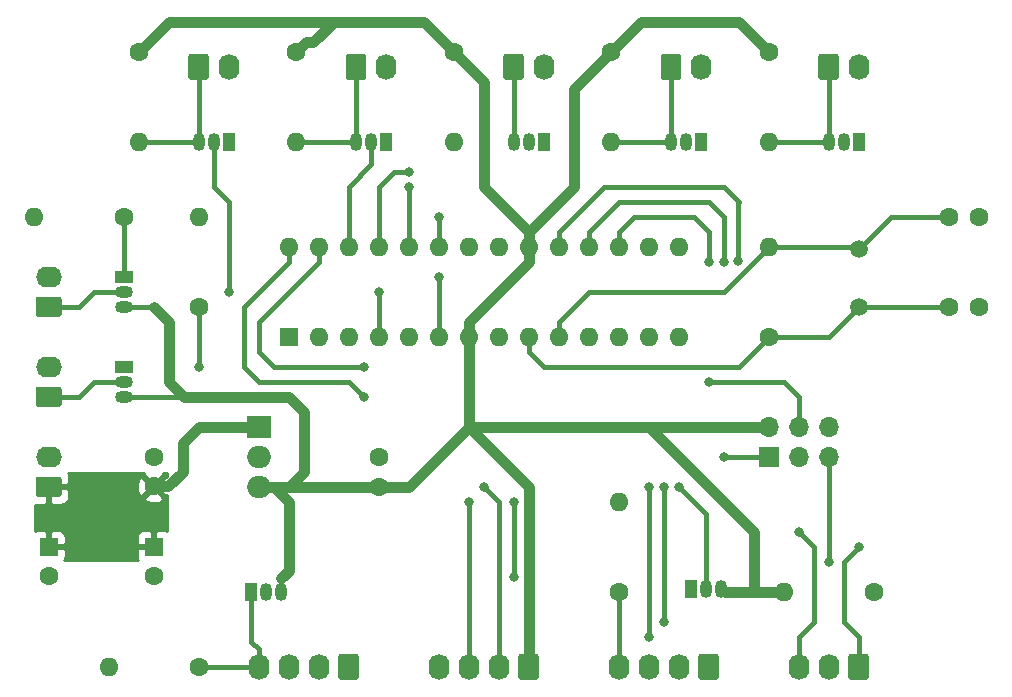
<source format=gbr>
G04 #@! TF.GenerationSoftware,KiCad,Pcbnew,5.1.2+dfsg1-1*
G04 #@! TF.CreationDate,2019-07-26T10:31:36-05:00*
G04 #@! TF.ProjectId,PCB,5043422e-6b69-4636-9164-5f7063625858,0.0.0*
G04 #@! TF.SameCoordinates,Original*
G04 #@! TF.FileFunction,Copper,L2,Bot*
G04 #@! TF.FilePolarity,Positive*
%FSLAX46Y46*%
G04 Gerber Fmt 4.6, Leading zero omitted, Abs format (unit mm)*
G04 Created by KiCad (PCBNEW 5.1.2+dfsg1-1) date 2019-07-26 10:31:36*
%MOMM*%
%LPD*%
G04 APERTURE LIST*
%ADD10R,1.050000X1.500000*%
%ADD11O,1.050000X1.500000*%
%ADD12O,1.600000X1.600000*%
%ADD13C,1.600000*%
%ADD14R,1.600000X1.600000*%
%ADD15R,1.500000X1.050000*%
%ADD16O,1.500000X1.050000*%
%ADD17C,1.500000*%
%ADD18O,1.700000X1.700000*%
%ADD19R,1.700000X1.700000*%
%ADD20O,1.740000X2.200000*%
%ADD21C,0.100000*%
%ADD22C,1.740000*%
%ADD23O,2.000000X1.905000*%
%ADD24R,2.000000X1.905000*%
%ADD25O,2.200000X1.740000*%
%ADD26C,0.800000*%
%ADD27C,0.889000*%
%ADD28C,0.381000*%
%ADD29C,0.254000*%
G04 APERTURE END LIST*
D10*
X155956000Y-120396000D03*
D11*
X158496000Y-120396000D03*
X157226000Y-120396000D03*
D12*
X163830000Y-120650000D03*
D13*
X171450000Y-120650000D03*
D12*
X121920000Y-91440000D03*
X154940000Y-99060000D03*
X124460000Y-91440000D03*
X152400000Y-99060000D03*
X127000000Y-91440000D03*
X149860000Y-99060000D03*
X129540000Y-91440000D03*
X147320000Y-99060000D03*
X132080000Y-91440000D03*
X144780000Y-99060000D03*
X134620000Y-91440000D03*
X142240000Y-99060000D03*
X137160000Y-91440000D03*
X139700000Y-99060000D03*
X139700000Y-91440000D03*
X137160000Y-99060000D03*
X142240000Y-91440000D03*
X134620000Y-99060000D03*
X144780000Y-91440000D03*
X132080000Y-99060000D03*
X147320000Y-91440000D03*
X129540000Y-99060000D03*
X149860000Y-91440000D03*
X127000000Y-99060000D03*
X152400000Y-91440000D03*
X124460000Y-99060000D03*
X154940000Y-91440000D03*
D14*
X121920000Y-99060000D03*
D13*
X129540000Y-109260000D03*
X129540000Y-111760000D03*
X110490000Y-111720000D03*
X110490000Y-109220000D03*
D12*
X106680000Y-127000000D03*
D13*
X114300000Y-127000000D03*
D10*
X130175000Y-82550000D03*
D11*
X127635000Y-82550000D03*
X128905000Y-82550000D03*
D10*
X116840000Y-82550000D03*
D11*
X114300000Y-82550000D03*
X115570000Y-82550000D03*
D12*
X149860000Y-113030000D03*
D13*
X149860000Y-120650000D03*
D12*
X162560000Y-82550000D03*
D13*
X162560000Y-74930000D03*
D12*
X149225000Y-82550000D03*
D13*
X149225000Y-74930000D03*
D12*
X135890000Y-82550000D03*
D13*
X135890000Y-74930000D03*
D12*
X122555000Y-82550000D03*
D13*
X122555000Y-74930000D03*
D12*
X109220000Y-82550000D03*
D13*
X109220000Y-74930000D03*
D10*
X118745000Y-120650000D03*
D11*
X121285000Y-120650000D03*
X120015000Y-120650000D03*
D15*
X107950000Y-101600000D03*
D16*
X107950000Y-104140000D03*
X107950000Y-102870000D03*
D15*
X107950000Y-93980000D03*
D16*
X107950000Y-96520000D03*
X107950000Y-95250000D03*
D10*
X170180000Y-82550000D03*
D11*
X167640000Y-82550000D03*
X168910000Y-82550000D03*
D10*
X156845000Y-82550000D03*
D11*
X154305000Y-82550000D03*
X155575000Y-82550000D03*
D10*
X143510000Y-82550000D03*
D11*
X140970000Y-82550000D03*
X142240000Y-82550000D03*
D17*
X170180000Y-91640000D03*
X170180000Y-96520000D03*
D13*
X177840000Y-88900000D03*
X180340000Y-88900000D03*
X177840000Y-96520000D03*
X180340000Y-96520000D03*
D18*
X167640000Y-106680000D03*
X167640000Y-109220000D03*
X165100000Y-106680000D03*
X165100000Y-109220000D03*
X162560000Y-106680000D03*
D19*
X162560000Y-109220000D03*
D20*
X165100000Y-127000000D03*
X167640000Y-127000000D03*
D21*
G36*
X170824505Y-125901204D02*
G01*
X170848773Y-125904804D01*
X170872572Y-125910765D01*
X170895671Y-125919030D01*
X170917850Y-125929520D01*
X170938893Y-125942132D01*
X170958599Y-125956747D01*
X170976777Y-125973223D01*
X170993253Y-125991401D01*
X171007868Y-126011107D01*
X171020480Y-126032150D01*
X171030970Y-126054329D01*
X171039235Y-126077428D01*
X171045196Y-126101227D01*
X171048796Y-126125495D01*
X171050000Y-126149999D01*
X171050000Y-127850001D01*
X171048796Y-127874505D01*
X171045196Y-127898773D01*
X171039235Y-127922572D01*
X171030970Y-127945671D01*
X171020480Y-127967850D01*
X171007868Y-127988893D01*
X170993253Y-128008599D01*
X170976777Y-128026777D01*
X170958599Y-128043253D01*
X170938893Y-128057868D01*
X170917850Y-128070480D01*
X170895671Y-128080970D01*
X170872572Y-128089235D01*
X170848773Y-128095196D01*
X170824505Y-128098796D01*
X170800001Y-128100000D01*
X169559999Y-128100000D01*
X169535495Y-128098796D01*
X169511227Y-128095196D01*
X169487428Y-128089235D01*
X169464329Y-128080970D01*
X169442150Y-128070480D01*
X169421107Y-128057868D01*
X169401401Y-128043253D01*
X169383223Y-128026777D01*
X169366747Y-128008599D01*
X169352132Y-127988893D01*
X169339520Y-127967850D01*
X169329030Y-127945671D01*
X169320765Y-127922572D01*
X169314804Y-127898773D01*
X169311204Y-127874505D01*
X169310000Y-127850001D01*
X169310000Y-126149999D01*
X169311204Y-126125495D01*
X169314804Y-126101227D01*
X169320765Y-126077428D01*
X169329030Y-126054329D01*
X169339520Y-126032150D01*
X169352132Y-126011107D01*
X169366747Y-125991401D01*
X169383223Y-125973223D01*
X169401401Y-125956747D01*
X169421107Y-125942132D01*
X169442150Y-125929520D01*
X169464329Y-125919030D01*
X169487428Y-125910765D01*
X169511227Y-125904804D01*
X169535495Y-125901204D01*
X169559999Y-125900000D01*
X170800001Y-125900000D01*
X170824505Y-125901204D01*
X170824505Y-125901204D01*
G37*
D22*
X170180000Y-127000000D03*
D20*
X134620000Y-127000000D03*
X137160000Y-127000000D03*
X139700000Y-127000000D03*
D21*
G36*
X142884505Y-125901204D02*
G01*
X142908773Y-125904804D01*
X142932572Y-125910765D01*
X142955671Y-125919030D01*
X142977850Y-125929520D01*
X142998893Y-125942132D01*
X143018599Y-125956747D01*
X143036777Y-125973223D01*
X143053253Y-125991401D01*
X143067868Y-126011107D01*
X143080480Y-126032150D01*
X143090970Y-126054329D01*
X143099235Y-126077428D01*
X143105196Y-126101227D01*
X143108796Y-126125495D01*
X143110000Y-126149999D01*
X143110000Y-127850001D01*
X143108796Y-127874505D01*
X143105196Y-127898773D01*
X143099235Y-127922572D01*
X143090970Y-127945671D01*
X143080480Y-127967850D01*
X143067868Y-127988893D01*
X143053253Y-128008599D01*
X143036777Y-128026777D01*
X143018599Y-128043253D01*
X142998893Y-128057868D01*
X142977850Y-128070480D01*
X142955671Y-128080970D01*
X142932572Y-128089235D01*
X142908773Y-128095196D01*
X142884505Y-128098796D01*
X142860001Y-128100000D01*
X141619999Y-128100000D01*
X141595495Y-128098796D01*
X141571227Y-128095196D01*
X141547428Y-128089235D01*
X141524329Y-128080970D01*
X141502150Y-128070480D01*
X141481107Y-128057868D01*
X141461401Y-128043253D01*
X141443223Y-128026777D01*
X141426747Y-128008599D01*
X141412132Y-127988893D01*
X141399520Y-127967850D01*
X141389030Y-127945671D01*
X141380765Y-127922572D01*
X141374804Y-127898773D01*
X141371204Y-127874505D01*
X141370000Y-127850001D01*
X141370000Y-126149999D01*
X141371204Y-126125495D01*
X141374804Y-126101227D01*
X141380765Y-126077428D01*
X141389030Y-126054329D01*
X141399520Y-126032150D01*
X141412132Y-126011107D01*
X141426747Y-125991401D01*
X141443223Y-125973223D01*
X141461401Y-125956747D01*
X141481107Y-125942132D01*
X141502150Y-125929520D01*
X141524329Y-125919030D01*
X141547428Y-125910765D01*
X141571227Y-125904804D01*
X141595495Y-125901204D01*
X141619999Y-125900000D01*
X142860001Y-125900000D01*
X142884505Y-125901204D01*
X142884505Y-125901204D01*
G37*
D22*
X142240000Y-127000000D03*
D13*
X110490000Y-119340000D03*
D14*
X110490000Y-116840000D03*
D13*
X101600000Y-119340000D03*
D14*
X101600000Y-116840000D03*
D23*
X119380000Y-111760000D03*
X119380000Y-109220000D03*
D24*
X119380000Y-106680000D03*
D12*
X162560000Y-91440000D03*
D13*
X162560000Y-99060000D03*
D12*
X114300000Y-88900000D03*
D13*
X114300000Y-96520000D03*
D12*
X100330000Y-88900000D03*
D13*
X107950000Y-88900000D03*
D20*
X149860000Y-127000000D03*
X152400000Y-127000000D03*
X154940000Y-127000000D03*
D21*
G36*
X158124505Y-125901204D02*
G01*
X158148773Y-125904804D01*
X158172572Y-125910765D01*
X158195671Y-125919030D01*
X158217850Y-125929520D01*
X158238893Y-125942132D01*
X158258599Y-125956747D01*
X158276777Y-125973223D01*
X158293253Y-125991401D01*
X158307868Y-126011107D01*
X158320480Y-126032150D01*
X158330970Y-126054329D01*
X158339235Y-126077428D01*
X158345196Y-126101227D01*
X158348796Y-126125495D01*
X158350000Y-126149999D01*
X158350000Y-127850001D01*
X158348796Y-127874505D01*
X158345196Y-127898773D01*
X158339235Y-127922572D01*
X158330970Y-127945671D01*
X158320480Y-127967850D01*
X158307868Y-127988893D01*
X158293253Y-128008599D01*
X158276777Y-128026777D01*
X158258599Y-128043253D01*
X158238893Y-128057868D01*
X158217850Y-128070480D01*
X158195671Y-128080970D01*
X158172572Y-128089235D01*
X158148773Y-128095196D01*
X158124505Y-128098796D01*
X158100001Y-128100000D01*
X156859999Y-128100000D01*
X156835495Y-128098796D01*
X156811227Y-128095196D01*
X156787428Y-128089235D01*
X156764329Y-128080970D01*
X156742150Y-128070480D01*
X156721107Y-128057868D01*
X156701401Y-128043253D01*
X156683223Y-128026777D01*
X156666747Y-128008599D01*
X156652132Y-127988893D01*
X156639520Y-127967850D01*
X156629030Y-127945671D01*
X156620765Y-127922572D01*
X156614804Y-127898773D01*
X156611204Y-127874505D01*
X156610000Y-127850001D01*
X156610000Y-126149999D01*
X156611204Y-126125495D01*
X156614804Y-126101227D01*
X156620765Y-126077428D01*
X156629030Y-126054329D01*
X156639520Y-126032150D01*
X156652132Y-126011107D01*
X156666747Y-125991401D01*
X156683223Y-125973223D01*
X156701401Y-125956747D01*
X156721107Y-125942132D01*
X156742150Y-125929520D01*
X156764329Y-125919030D01*
X156787428Y-125910765D01*
X156811227Y-125904804D01*
X156835495Y-125901204D01*
X156859999Y-125900000D01*
X158100001Y-125900000D01*
X158124505Y-125901204D01*
X158124505Y-125901204D01*
G37*
D22*
X157480000Y-127000000D03*
D20*
X119380000Y-127000000D03*
X121920000Y-127000000D03*
X124460000Y-127000000D03*
D21*
G36*
X127644505Y-125901204D02*
G01*
X127668773Y-125904804D01*
X127692572Y-125910765D01*
X127715671Y-125919030D01*
X127737850Y-125929520D01*
X127758893Y-125942132D01*
X127778599Y-125956747D01*
X127796777Y-125973223D01*
X127813253Y-125991401D01*
X127827868Y-126011107D01*
X127840480Y-126032150D01*
X127850970Y-126054329D01*
X127859235Y-126077428D01*
X127865196Y-126101227D01*
X127868796Y-126125495D01*
X127870000Y-126149999D01*
X127870000Y-127850001D01*
X127868796Y-127874505D01*
X127865196Y-127898773D01*
X127859235Y-127922572D01*
X127850970Y-127945671D01*
X127840480Y-127967850D01*
X127827868Y-127988893D01*
X127813253Y-128008599D01*
X127796777Y-128026777D01*
X127778599Y-128043253D01*
X127758893Y-128057868D01*
X127737850Y-128070480D01*
X127715671Y-128080970D01*
X127692572Y-128089235D01*
X127668773Y-128095196D01*
X127644505Y-128098796D01*
X127620001Y-128100000D01*
X126379999Y-128100000D01*
X126355495Y-128098796D01*
X126331227Y-128095196D01*
X126307428Y-128089235D01*
X126284329Y-128080970D01*
X126262150Y-128070480D01*
X126241107Y-128057868D01*
X126221401Y-128043253D01*
X126203223Y-128026777D01*
X126186747Y-128008599D01*
X126172132Y-127988893D01*
X126159520Y-127967850D01*
X126149030Y-127945671D01*
X126140765Y-127922572D01*
X126134804Y-127898773D01*
X126131204Y-127874505D01*
X126130000Y-127850001D01*
X126130000Y-126149999D01*
X126131204Y-126125495D01*
X126134804Y-126101227D01*
X126140765Y-126077428D01*
X126149030Y-126054329D01*
X126159520Y-126032150D01*
X126172132Y-126011107D01*
X126186747Y-125991401D01*
X126203223Y-125973223D01*
X126221401Y-125956747D01*
X126241107Y-125942132D01*
X126262150Y-125929520D01*
X126284329Y-125919030D01*
X126307428Y-125910765D01*
X126331227Y-125904804D01*
X126355495Y-125901204D01*
X126379999Y-125900000D01*
X127620001Y-125900000D01*
X127644505Y-125901204D01*
X127644505Y-125901204D01*
G37*
D22*
X127000000Y-127000000D03*
D20*
X170180000Y-76200000D03*
D21*
G36*
X168284505Y-75101204D02*
G01*
X168308773Y-75104804D01*
X168332572Y-75110765D01*
X168355671Y-75119030D01*
X168377850Y-75129520D01*
X168398893Y-75142132D01*
X168418599Y-75156747D01*
X168436777Y-75173223D01*
X168453253Y-75191401D01*
X168467868Y-75211107D01*
X168480480Y-75232150D01*
X168490970Y-75254329D01*
X168499235Y-75277428D01*
X168505196Y-75301227D01*
X168508796Y-75325495D01*
X168510000Y-75349999D01*
X168510000Y-77050001D01*
X168508796Y-77074505D01*
X168505196Y-77098773D01*
X168499235Y-77122572D01*
X168490970Y-77145671D01*
X168480480Y-77167850D01*
X168467868Y-77188893D01*
X168453253Y-77208599D01*
X168436777Y-77226777D01*
X168418599Y-77243253D01*
X168398893Y-77257868D01*
X168377850Y-77270480D01*
X168355671Y-77280970D01*
X168332572Y-77289235D01*
X168308773Y-77295196D01*
X168284505Y-77298796D01*
X168260001Y-77300000D01*
X167019999Y-77300000D01*
X166995495Y-77298796D01*
X166971227Y-77295196D01*
X166947428Y-77289235D01*
X166924329Y-77280970D01*
X166902150Y-77270480D01*
X166881107Y-77257868D01*
X166861401Y-77243253D01*
X166843223Y-77226777D01*
X166826747Y-77208599D01*
X166812132Y-77188893D01*
X166799520Y-77167850D01*
X166789030Y-77145671D01*
X166780765Y-77122572D01*
X166774804Y-77098773D01*
X166771204Y-77074505D01*
X166770000Y-77050001D01*
X166770000Y-75349999D01*
X166771204Y-75325495D01*
X166774804Y-75301227D01*
X166780765Y-75277428D01*
X166789030Y-75254329D01*
X166799520Y-75232150D01*
X166812132Y-75211107D01*
X166826747Y-75191401D01*
X166843223Y-75173223D01*
X166861401Y-75156747D01*
X166881107Y-75142132D01*
X166902150Y-75129520D01*
X166924329Y-75119030D01*
X166947428Y-75110765D01*
X166971227Y-75104804D01*
X166995495Y-75101204D01*
X167019999Y-75100000D01*
X168260001Y-75100000D01*
X168284505Y-75101204D01*
X168284505Y-75101204D01*
G37*
D22*
X167640000Y-76200000D03*
D20*
X156845000Y-76200000D03*
D21*
G36*
X154949505Y-75101204D02*
G01*
X154973773Y-75104804D01*
X154997572Y-75110765D01*
X155020671Y-75119030D01*
X155042850Y-75129520D01*
X155063893Y-75142132D01*
X155083599Y-75156747D01*
X155101777Y-75173223D01*
X155118253Y-75191401D01*
X155132868Y-75211107D01*
X155145480Y-75232150D01*
X155155970Y-75254329D01*
X155164235Y-75277428D01*
X155170196Y-75301227D01*
X155173796Y-75325495D01*
X155175000Y-75349999D01*
X155175000Y-77050001D01*
X155173796Y-77074505D01*
X155170196Y-77098773D01*
X155164235Y-77122572D01*
X155155970Y-77145671D01*
X155145480Y-77167850D01*
X155132868Y-77188893D01*
X155118253Y-77208599D01*
X155101777Y-77226777D01*
X155083599Y-77243253D01*
X155063893Y-77257868D01*
X155042850Y-77270480D01*
X155020671Y-77280970D01*
X154997572Y-77289235D01*
X154973773Y-77295196D01*
X154949505Y-77298796D01*
X154925001Y-77300000D01*
X153684999Y-77300000D01*
X153660495Y-77298796D01*
X153636227Y-77295196D01*
X153612428Y-77289235D01*
X153589329Y-77280970D01*
X153567150Y-77270480D01*
X153546107Y-77257868D01*
X153526401Y-77243253D01*
X153508223Y-77226777D01*
X153491747Y-77208599D01*
X153477132Y-77188893D01*
X153464520Y-77167850D01*
X153454030Y-77145671D01*
X153445765Y-77122572D01*
X153439804Y-77098773D01*
X153436204Y-77074505D01*
X153435000Y-77050001D01*
X153435000Y-75349999D01*
X153436204Y-75325495D01*
X153439804Y-75301227D01*
X153445765Y-75277428D01*
X153454030Y-75254329D01*
X153464520Y-75232150D01*
X153477132Y-75211107D01*
X153491747Y-75191401D01*
X153508223Y-75173223D01*
X153526401Y-75156747D01*
X153546107Y-75142132D01*
X153567150Y-75129520D01*
X153589329Y-75119030D01*
X153612428Y-75110765D01*
X153636227Y-75104804D01*
X153660495Y-75101204D01*
X153684999Y-75100000D01*
X154925001Y-75100000D01*
X154949505Y-75101204D01*
X154949505Y-75101204D01*
G37*
D22*
X154305000Y-76200000D03*
D20*
X143510000Y-76200000D03*
D21*
G36*
X141614505Y-75101204D02*
G01*
X141638773Y-75104804D01*
X141662572Y-75110765D01*
X141685671Y-75119030D01*
X141707850Y-75129520D01*
X141728893Y-75142132D01*
X141748599Y-75156747D01*
X141766777Y-75173223D01*
X141783253Y-75191401D01*
X141797868Y-75211107D01*
X141810480Y-75232150D01*
X141820970Y-75254329D01*
X141829235Y-75277428D01*
X141835196Y-75301227D01*
X141838796Y-75325495D01*
X141840000Y-75349999D01*
X141840000Y-77050001D01*
X141838796Y-77074505D01*
X141835196Y-77098773D01*
X141829235Y-77122572D01*
X141820970Y-77145671D01*
X141810480Y-77167850D01*
X141797868Y-77188893D01*
X141783253Y-77208599D01*
X141766777Y-77226777D01*
X141748599Y-77243253D01*
X141728893Y-77257868D01*
X141707850Y-77270480D01*
X141685671Y-77280970D01*
X141662572Y-77289235D01*
X141638773Y-77295196D01*
X141614505Y-77298796D01*
X141590001Y-77300000D01*
X140349999Y-77300000D01*
X140325495Y-77298796D01*
X140301227Y-77295196D01*
X140277428Y-77289235D01*
X140254329Y-77280970D01*
X140232150Y-77270480D01*
X140211107Y-77257868D01*
X140191401Y-77243253D01*
X140173223Y-77226777D01*
X140156747Y-77208599D01*
X140142132Y-77188893D01*
X140129520Y-77167850D01*
X140119030Y-77145671D01*
X140110765Y-77122572D01*
X140104804Y-77098773D01*
X140101204Y-77074505D01*
X140100000Y-77050001D01*
X140100000Y-75349999D01*
X140101204Y-75325495D01*
X140104804Y-75301227D01*
X140110765Y-75277428D01*
X140119030Y-75254329D01*
X140129520Y-75232150D01*
X140142132Y-75211107D01*
X140156747Y-75191401D01*
X140173223Y-75173223D01*
X140191401Y-75156747D01*
X140211107Y-75142132D01*
X140232150Y-75129520D01*
X140254329Y-75119030D01*
X140277428Y-75110765D01*
X140301227Y-75104804D01*
X140325495Y-75101204D01*
X140349999Y-75100000D01*
X141590001Y-75100000D01*
X141614505Y-75101204D01*
X141614505Y-75101204D01*
G37*
D22*
X140970000Y-76200000D03*
D20*
X130175000Y-76200000D03*
D21*
G36*
X128279505Y-75101204D02*
G01*
X128303773Y-75104804D01*
X128327572Y-75110765D01*
X128350671Y-75119030D01*
X128372850Y-75129520D01*
X128393893Y-75142132D01*
X128413599Y-75156747D01*
X128431777Y-75173223D01*
X128448253Y-75191401D01*
X128462868Y-75211107D01*
X128475480Y-75232150D01*
X128485970Y-75254329D01*
X128494235Y-75277428D01*
X128500196Y-75301227D01*
X128503796Y-75325495D01*
X128505000Y-75349999D01*
X128505000Y-77050001D01*
X128503796Y-77074505D01*
X128500196Y-77098773D01*
X128494235Y-77122572D01*
X128485970Y-77145671D01*
X128475480Y-77167850D01*
X128462868Y-77188893D01*
X128448253Y-77208599D01*
X128431777Y-77226777D01*
X128413599Y-77243253D01*
X128393893Y-77257868D01*
X128372850Y-77270480D01*
X128350671Y-77280970D01*
X128327572Y-77289235D01*
X128303773Y-77295196D01*
X128279505Y-77298796D01*
X128255001Y-77300000D01*
X127014999Y-77300000D01*
X126990495Y-77298796D01*
X126966227Y-77295196D01*
X126942428Y-77289235D01*
X126919329Y-77280970D01*
X126897150Y-77270480D01*
X126876107Y-77257868D01*
X126856401Y-77243253D01*
X126838223Y-77226777D01*
X126821747Y-77208599D01*
X126807132Y-77188893D01*
X126794520Y-77167850D01*
X126784030Y-77145671D01*
X126775765Y-77122572D01*
X126769804Y-77098773D01*
X126766204Y-77074505D01*
X126765000Y-77050001D01*
X126765000Y-75349999D01*
X126766204Y-75325495D01*
X126769804Y-75301227D01*
X126775765Y-75277428D01*
X126784030Y-75254329D01*
X126794520Y-75232150D01*
X126807132Y-75211107D01*
X126821747Y-75191401D01*
X126838223Y-75173223D01*
X126856401Y-75156747D01*
X126876107Y-75142132D01*
X126897150Y-75129520D01*
X126919329Y-75119030D01*
X126942428Y-75110765D01*
X126966227Y-75104804D01*
X126990495Y-75101204D01*
X127014999Y-75100000D01*
X128255001Y-75100000D01*
X128279505Y-75101204D01*
X128279505Y-75101204D01*
G37*
D22*
X127635000Y-76200000D03*
D20*
X116840000Y-76200000D03*
D21*
G36*
X114944505Y-75101204D02*
G01*
X114968773Y-75104804D01*
X114992572Y-75110765D01*
X115015671Y-75119030D01*
X115037850Y-75129520D01*
X115058893Y-75142132D01*
X115078599Y-75156747D01*
X115096777Y-75173223D01*
X115113253Y-75191401D01*
X115127868Y-75211107D01*
X115140480Y-75232150D01*
X115150970Y-75254329D01*
X115159235Y-75277428D01*
X115165196Y-75301227D01*
X115168796Y-75325495D01*
X115170000Y-75349999D01*
X115170000Y-77050001D01*
X115168796Y-77074505D01*
X115165196Y-77098773D01*
X115159235Y-77122572D01*
X115150970Y-77145671D01*
X115140480Y-77167850D01*
X115127868Y-77188893D01*
X115113253Y-77208599D01*
X115096777Y-77226777D01*
X115078599Y-77243253D01*
X115058893Y-77257868D01*
X115037850Y-77270480D01*
X115015671Y-77280970D01*
X114992572Y-77289235D01*
X114968773Y-77295196D01*
X114944505Y-77298796D01*
X114920001Y-77300000D01*
X113679999Y-77300000D01*
X113655495Y-77298796D01*
X113631227Y-77295196D01*
X113607428Y-77289235D01*
X113584329Y-77280970D01*
X113562150Y-77270480D01*
X113541107Y-77257868D01*
X113521401Y-77243253D01*
X113503223Y-77226777D01*
X113486747Y-77208599D01*
X113472132Y-77188893D01*
X113459520Y-77167850D01*
X113449030Y-77145671D01*
X113440765Y-77122572D01*
X113434804Y-77098773D01*
X113431204Y-77074505D01*
X113430000Y-77050001D01*
X113430000Y-75349999D01*
X113431204Y-75325495D01*
X113434804Y-75301227D01*
X113440765Y-75277428D01*
X113449030Y-75254329D01*
X113459520Y-75232150D01*
X113472132Y-75211107D01*
X113486747Y-75191401D01*
X113503223Y-75173223D01*
X113521401Y-75156747D01*
X113541107Y-75142132D01*
X113562150Y-75129520D01*
X113584329Y-75119030D01*
X113607428Y-75110765D01*
X113631227Y-75104804D01*
X113655495Y-75101204D01*
X113679999Y-75100000D01*
X114920001Y-75100000D01*
X114944505Y-75101204D01*
X114944505Y-75101204D01*
G37*
D22*
X114300000Y-76200000D03*
D25*
X101600000Y-93980000D03*
D21*
G36*
X102474505Y-95651204D02*
G01*
X102498773Y-95654804D01*
X102522572Y-95660765D01*
X102545671Y-95669030D01*
X102567850Y-95679520D01*
X102588893Y-95692132D01*
X102608599Y-95706747D01*
X102626777Y-95723223D01*
X102643253Y-95741401D01*
X102657868Y-95761107D01*
X102670480Y-95782150D01*
X102680970Y-95804329D01*
X102689235Y-95827428D01*
X102695196Y-95851227D01*
X102698796Y-95875495D01*
X102700000Y-95899999D01*
X102700000Y-97140001D01*
X102698796Y-97164505D01*
X102695196Y-97188773D01*
X102689235Y-97212572D01*
X102680970Y-97235671D01*
X102670480Y-97257850D01*
X102657868Y-97278893D01*
X102643253Y-97298599D01*
X102626777Y-97316777D01*
X102608599Y-97333253D01*
X102588893Y-97347868D01*
X102567850Y-97360480D01*
X102545671Y-97370970D01*
X102522572Y-97379235D01*
X102498773Y-97385196D01*
X102474505Y-97388796D01*
X102450001Y-97390000D01*
X100749999Y-97390000D01*
X100725495Y-97388796D01*
X100701227Y-97385196D01*
X100677428Y-97379235D01*
X100654329Y-97370970D01*
X100632150Y-97360480D01*
X100611107Y-97347868D01*
X100591401Y-97333253D01*
X100573223Y-97316777D01*
X100556747Y-97298599D01*
X100542132Y-97278893D01*
X100529520Y-97257850D01*
X100519030Y-97235671D01*
X100510765Y-97212572D01*
X100504804Y-97188773D01*
X100501204Y-97164505D01*
X100500000Y-97140001D01*
X100500000Y-95899999D01*
X100501204Y-95875495D01*
X100504804Y-95851227D01*
X100510765Y-95827428D01*
X100519030Y-95804329D01*
X100529520Y-95782150D01*
X100542132Y-95761107D01*
X100556747Y-95741401D01*
X100573223Y-95723223D01*
X100591401Y-95706747D01*
X100611107Y-95692132D01*
X100632150Y-95679520D01*
X100654329Y-95669030D01*
X100677428Y-95660765D01*
X100701227Y-95654804D01*
X100725495Y-95651204D01*
X100749999Y-95650000D01*
X102450001Y-95650000D01*
X102474505Y-95651204D01*
X102474505Y-95651204D01*
G37*
D22*
X101600000Y-96520000D03*
D25*
X101600000Y-101600000D03*
D21*
G36*
X102474505Y-103271204D02*
G01*
X102498773Y-103274804D01*
X102522572Y-103280765D01*
X102545671Y-103289030D01*
X102567850Y-103299520D01*
X102588893Y-103312132D01*
X102608599Y-103326747D01*
X102626777Y-103343223D01*
X102643253Y-103361401D01*
X102657868Y-103381107D01*
X102670480Y-103402150D01*
X102680970Y-103424329D01*
X102689235Y-103447428D01*
X102695196Y-103471227D01*
X102698796Y-103495495D01*
X102700000Y-103519999D01*
X102700000Y-104760001D01*
X102698796Y-104784505D01*
X102695196Y-104808773D01*
X102689235Y-104832572D01*
X102680970Y-104855671D01*
X102670480Y-104877850D01*
X102657868Y-104898893D01*
X102643253Y-104918599D01*
X102626777Y-104936777D01*
X102608599Y-104953253D01*
X102588893Y-104967868D01*
X102567850Y-104980480D01*
X102545671Y-104990970D01*
X102522572Y-104999235D01*
X102498773Y-105005196D01*
X102474505Y-105008796D01*
X102450001Y-105010000D01*
X100749999Y-105010000D01*
X100725495Y-105008796D01*
X100701227Y-105005196D01*
X100677428Y-104999235D01*
X100654329Y-104990970D01*
X100632150Y-104980480D01*
X100611107Y-104967868D01*
X100591401Y-104953253D01*
X100573223Y-104936777D01*
X100556747Y-104918599D01*
X100542132Y-104898893D01*
X100529520Y-104877850D01*
X100519030Y-104855671D01*
X100510765Y-104832572D01*
X100504804Y-104808773D01*
X100501204Y-104784505D01*
X100500000Y-104760001D01*
X100500000Y-103519999D01*
X100501204Y-103495495D01*
X100504804Y-103471227D01*
X100510765Y-103447428D01*
X100519030Y-103424329D01*
X100529520Y-103402150D01*
X100542132Y-103381107D01*
X100556747Y-103361401D01*
X100573223Y-103343223D01*
X100591401Y-103326747D01*
X100611107Y-103312132D01*
X100632150Y-103299520D01*
X100654329Y-103289030D01*
X100677428Y-103280765D01*
X100701227Y-103274804D01*
X100725495Y-103271204D01*
X100749999Y-103270000D01*
X102450001Y-103270000D01*
X102474505Y-103271204D01*
X102474505Y-103271204D01*
G37*
D22*
X101600000Y-104140000D03*
D25*
X101600000Y-109220000D03*
D21*
G36*
X102474505Y-110891204D02*
G01*
X102498773Y-110894804D01*
X102522572Y-110900765D01*
X102545671Y-110909030D01*
X102567850Y-110919520D01*
X102588893Y-110932132D01*
X102608599Y-110946747D01*
X102626777Y-110963223D01*
X102643253Y-110981401D01*
X102657868Y-111001107D01*
X102670480Y-111022150D01*
X102680970Y-111044329D01*
X102689235Y-111067428D01*
X102695196Y-111091227D01*
X102698796Y-111115495D01*
X102700000Y-111139999D01*
X102700000Y-112380001D01*
X102698796Y-112404505D01*
X102695196Y-112428773D01*
X102689235Y-112452572D01*
X102680970Y-112475671D01*
X102670480Y-112497850D01*
X102657868Y-112518893D01*
X102643253Y-112538599D01*
X102626777Y-112556777D01*
X102608599Y-112573253D01*
X102588893Y-112587868D01*
X102567850Y-112600480D01*
X102545671Y-112610970D01*
X102522572Y-112619235D01*
X102498773Y-112625196D01*
X102474505Y-112628796D01*
X102450001Y-112630000D01*
X100749999Y-112630000D01*
X100725495Y-112628796D01*
X100701227Y-112625196D01*
X100677428Y-112619235D01*
X100654329Y-112610970D01*
X100632150Y-112600480D01*
X100611107Y-112587868D01*
X100591401Y-112573253D01*
X100573223Y-112556777D01*
X100556747Y-112538599D01*
X100542132Y-112518893D01*
X100529520Y-112497850D01*
X100519030Y-112475671D01*
X100510765Y-112452572D01*
X100504804Y-112428773D01*
X100501204Y-112404505D01*
X100500000Y-112380001D01*
X100500000Y-111139999D01*
X100501204Y-111115495D01*
X100504804Y-111091227D01*
X100510765Y-111067428D01*
X100519030Y-111044329D01*
X100529520Y-111022150D01*
X100542132Y-111001107D01*
X100556747Y-110981401D01*
X100573223Y-110963223D01*
X100591401Y-110946747D01*
X100611107Y-110932132D01*
X100632150Y-110919520D01*
X100654329Y-110909030D01*
X100677428Y-110900765D01*
X100701227Y-110894804D01*
X100725495Y-110891204D01*
X100749999Y-110890000D01*
X102450001Y-110890000D01*
X102474505Y-110891204D01*
X102474505Y-110891204D01*
G37*
D22*
X101600000Y-111760000D03*
D26*
X153670000Y-111760000D03*
X153670000Y-123190000D03*
X152400000Y-111760000D03*
X152400000Y-124460000D03*
X129540000Y-95250000D03*
X116840000Y-95250000D03*
X132080000Y-85090000D03*
X132080000Y-86360000D03*
X134620000Y-88900000D03*
X149860000Y-106680000D03*
X134620000Y-93980000D03*
X114300000Y-101600000D03*
X140970000Y-119380000D03*
X140970000Y-113030000D03*
X159968045Y-92658045D03*
X158750000Y-92710000D03*
X158750000Y-109220000D03*
X157480000Y-102870000D03*
X157480000Y-92710000D03*
X167640000Y-118110000D03*
X137160000Y-113030000D03*
X128270000Y-104140000D03*
X138430000Y-111760000D03*
X128270000Y-101600000D03*
X165100000Y-115570000D03*
X170180000Y-116840000D03*
X154940000Y-111760000D03*
D27*
X111720000Y-111720000D02*
X112950000Y-110490000D01*
X112950000Y-110490000D02*
X112950000Y-108030000D01*
X112950000Y-108030000D02*
X114300000Y-106680000D01*
X114300000Y-106680000D02*
X119380000Y-106680000D01*
X111720000Y-111720000D02*
X110490000Y-111720000D01*
D28*
X153670000Y-111760000D02*
X153670000Y-123190000D01*
X152400000Y-121920000D02*
X152400000Y-111760000D01*
X152400000Y-121920000D02*
X152400000Y-124460000D01*
X129540000Y-99060000D02*
X129540000Y-95250000D01*
X115570000Y-86360000D02*
X115570000Y-82550000D01*
X116840000Y-95250000D02*
X116840000Y-87630000D01*
X116840000Y-87630000D02*
X115570000Y-86360000D01*
X127000000Y-91440000D02*
X127000000Y-86360000D01*
X128905000Y-84455000D02*
X128905000Y-82550000D01*
X127000000Y-86360000D02*
X128905000Y-84455000D01*
X129540000Y-91440000D02*
X129540000Y-86360000D01*
X129540000Y-86360000D02*
X130810000Y-85090000D01*
X130810000Y-85090000D02*
X132080000Y-85090000D01*
X132080000Y-91440000D02*
X132080000Y-86360000D01*
X134620000Y-91440000D02*
X134620000Y-88900000D01*
D27*
X129540000Y-111760000D02*
X132080000Y-111760000D01*
X137160000Y-106680000D02*
X137160000Y-99060000D01*
X137160000Y-99060000D02*
X137160000Y-97790000D01*
X142240000Y-92710000D02*
X142240000Y-91440000D01*
X137160000Y-97790000D02*
X142240000Y-92710000D01*
X142240000Y-91440000D02*
X142240000Y-90170000D01*
X142240000Y-90170000D02*
X146050000Y-86360000D01*
X146050000Y-78105000D02*
X149225000Y-74930000D01*
X146050000Y-86360000D02*
X146050000Y-78105000D01*
X149225000Y-74930000D02*
X151765000Y-72390000D01*
X151765000Y-72390000D02*
X160020000Y-72390000D01*
X160020000Y-72390000D02*
X162560000Y-74930000D01*
X138430000Y-77470000D02*
X135890000Y-74930000D01*
X142240000Y-90170000D02*
X138430000Y-86360000D01*
X138430000Y-86360000D02*
X138430000Y-77470000D01*
X111760000Y-72390000D02*
X109220000Y-74930000D01*
X135890000Y-74930000D02*
X133350000Y-72390000D01*
X123989999Y-74130001D02*
X125730000Y-72390000D01*
X123354999Y-74130001D02*
X123989999Y-74130001D01*
X122555000Y-74930000D02*
X123354999Y-74130001D01*
X133350000Y-72390000D02*
X125730000Y-72390000D01*
X125730000Y-72390000D02*
X111760000Y-72390000D01*
X132080000Y-111760000D02*
X137160000Y-106680000D01*
X137160000Y-106680000D02*
X146050000Y-106680000D01*
X146050000Y-106680000D02*
X149860000Y-106680000D01*
X121285000Y-119519000D02*
X121920000Y-118884000D01*
D28*
X121285000Y-120650000D02*
X121285000Y-119519000D01*
D27*
X121920000Y-118884000D02*
X121920000Y-113030000D01*
X121920000Y-113030000D02*
X120650000Y-111760000D01*
X121920000Y-111760000D02*
X129540000Y-111760000D01*
X121920000Y-104140000D02*
X123190000Y-105410000D01*
X123190000Y-110490000D02*
X121920000Y-111760000D01*
X123190000Y-105410000D02*
X123190000Y-110490000D01*
X119380000Y-111760000D02*
X121920000Y-111760000D01*
X111760000Y-102870000D02*
X113030000Y-104140000D01*
X113030000Y-104140000D02*
X121920000Y-104140000D01*
X110490000Y-96520000D02*
X111760000Y-97790000D01*
D28*
X107950000Y-104140000D02*
X113030000Y-104140000D01*
X107950000Y-96520000D02*
X110490000Y-96520000D01*
D27*
X111760000Y-97790000D02*
X111760000Y-102870000D01*
X162560000Y-106680000D02*
X152400000Y-106680000D01*
X152400000Y-106680000D02*
X146050000Y-106680000D01*
X142240000Y-111760000D02*
X137160000Y-106680000D01*
X142240000Y-127000000D02*
X142240000Y-111760000D01*
X158830510Y-120650000D02*
X158576510Y-120396000D01*
X161290000Y-115570000D02*
X161290000Y-120650000D01*
X152400000Y-106680000D02*
X161290000Y-115570000D01*
X163830000Y-120650000D02*
X161290000Y-120650000D01*
X161290000Y-120650000D02*
X158830510Y-120650000D01*
D28*
X107950000Y-88900000D02*
X107950000Y-93980000D01*
X134620000Y-99060000D02*
X134620000Y-93980000D01*
X114300000Y-96520000D02*
X114300000Y-101600000D01*
X140970000Y-119380000D02*
X140970000Y-113030000D01*
X169980000Y-91440000D02*
X170180000Y-91640000D01*
X162560000Y-91440000D02*
X169980000Y-91440000D01*
X172920000Y-88900000D02*
X170180000Y-91640000D01*
X177840000Y-88900000D02*
X172920000Y-88900000D01*
X158750000Y-95250000D02*
X162560000Y-91440000D01*
X144780000Y-99060000D02*
X144780000Y-97790000D01*
X147320000Y-95250000D02*
X158750000Y-95250000D01*
X144780000Y-97790000D02*
X147320000Y-95250000D01*
X167640000Y-99060000D02*
X170180000Y-96520000D01*
X162560000Y-99060000D02*
X167640000Y-99060000D01*
X177840000Y-96520000D02*
X170180000Y-96520000D01*
X142240000Y-99060000D02*
X142240000Y-100330000D01*
X142240000Y-100330000D02*
X143510000Y-101600000D01*
X143510000Y-101600000D02*
X160020000Y-101600000D01*
X160020000Y-101600000D02*
X162560000Y-99060000D01*
X144780000Y-91440000D02*
X144780000Y-90170000D01*
X144780000Y-90170000D02*
X148590000Y-86360000D01*
X148590000Y-86360000D02*
X158750000Y-86360000D01*
X158750000Y-86360000D02*
X160020000Y-87630000D01*
X160020000Y-87630000D02*
X159968045Y-87681955D01*
X159968045Y-87681955D02*
X159968045Y-92658045D01*
X147320000Y-91440000D02*
X147320000Y-90170000D01*
X147320000Y-90170000D02*
X149860000Y-87630000D01*
X149860000Y-87630000D02*
X157480000Y-87630000D01*
X157480000Y-87630000D02*
X158750000Y-88900000D01*
X158750000Y-88900000D02*
X158750000Y-92710000D01*
X158750000Y-109220000D02*
X162560000Y-109220000D01*
X165100000Y-106680000D02*
X165100000Y-104140000D01*
X165100000Y-104140000D02*
X163830000Y-102870000D01*
X163830000Y-102870000D02*
X157480000Y-102870000D01*
X156210000Y-88900000D02*
X151130000Y-88900000D01*
X149860000Y-90170000D02*
X149860000Y-91440000D01*
X151130000Y-88900000D02*
X149860000Y-90170000D01*
X157480000Y-92710000D02*
X157480000Y-90170000D01*
X157480000Y-90170000D02*
X156210000Y-88900000D01*
X167640000Y-118110000D02*
X167640000Y-109220000D01*
X137160000Y-127000000D02*
X137160000Y-113030000D01*
X127000000Y-102870000D02*
X128270000Y-104140000D01*
X121920000Y-91440000D02*
X121920000Y-92710000D01*
X118110000Y-96520000D02*
X118110000Y-101600000D01*
X118110000Y-101600000D02*
X119380000Y-102870000D01*
X121920000Y-92710000D02*
X118110000Y-96520000D01*
X119380000Y-102870000D02*
X127000000Y-102870000D01*
X139700000Y-127000000D02*
X139700000Y-113030000D01*
X139700000Y-113030000D02*
X138430000Y-111760000D01*
X119380000Y-97790000D02*
X124460000Y-92710000D01*
X124460000Y-92710000D02*
X124460000Y-91440000D01*
X128270000Y-101600000D02*
X120650000Y-101600000D01*
X119380000Y-100330000D02*
X119380000Y-97790000D01*
X120650000Y-101600000D02*
X119380000Y-100330000D01*
X166370000Y-116840000D02*
X165100000Y-115570000D01*
X166370000Y-123190000D02*
X166370000Y-116840000D01*
X165100000Y-127000000D02*
X165100000Y-124460000D01*
X165100000Y-124460000D02*
X166370000Y-123190000D01*
X170180000Y-127000000D02*
X170180000Y-124460000D01*
X170180000Y-124460000D02*
X168910000Y-123190000D01*
X168910000Y-118110000D02*
X170180000Y-116840000D01*
X168910000Y-123190000D02*
X168910000Y-118110000D01*
X107950000Y-95250000D02*
X105410000Y-95250000D01*
X105410000Y-95250000D02*
X104140000Y-96520000D01*
X104140000Y-96520000D02*
X101600000Y-96520000D01*
X107950000Y-102870000D02*
X105410000Y-102870000D01*
X105410000Y-102870000D02*
X104140000Y-104140000D01*
X104140000Y-104140000D02*
X101600000Y-104140000D01*
X114300000Y-82550000D02*
X114300000Y-76200000D01*
X109220000Y-82550000D02*
X114300000Y-82550000D01*
X127635000Y-81419000D02*
X127635000Y-76200000D01*
X127635000Y-82550000D02*
X127635000Y-81419000D01*
X122555000Y-82550000D02*
X127808490Y-82550000D01*
X140970000Y-82550000D02*
X140970000Y-76200000D01*
X154305000Y-81419000D02*
X154305000Y-76200000D01*
X154305000Y-82550000D02*
X154305000Y-81419000D01*
X154305000Y-82550000D02*
X149225000Y-82550000D01*
X162560000Y-82550000D02*
X167640000Y-82550000D01*
X167640000Y-76200000D02*
X167640000Y-82550000D01*
X118745000Y-121781000D02*
X118745000Y-120650000D01*
X118745000Y-124884000D02*
X118745000Y-121781000D01*
X119380000Y-125519000D02*
X118745000Y-124884000D01*
X119380000Y-127000000D02*
X119380000Y-125519000D01*
X114300000Y-127000000D02*
X119380000Y-127000000D01*
X149860000Y-127000000D02*
X149860000Y-120650000D01*
X157226000Y-114046000D02*
X157226000Y-120396000D01*
X154940000Y-111760000D02*
X157226000Y-114046000D01*
D29*
G36*
X109676903Y-110727298D02*
G01*
X110490000Y-111540395D01*
X111303097Y-110727298D01*
X111270734Y-110617000D01*
X111633000Y-110617000D01*
X111633000Y-110951002D01*
X111482702Y-110906903D01*
X110669605Y-111720000D01*
X111482702Y-112533097D01*
X111633000Y-112488998D01*
X111633000Y-115503319D01*
X111534180Y-115450498D01*
X111414482Y-115414188D01*
X111290000Y-115401928D01*
X110775750Y-115405000D01*
X110617000Y-115563750D01*
X110617000Y-116713000D01*
X110637000Y-116713000D01*
X110637000Y-116967000D01*
X110617000Y-116967000D01*
X110617000Y-116987000D01*
X110363000Y-116987000D01*
X110363000Y-116967000D01*
X109213750Y-116967000D01*
X109055000Y-117125750D01*
X109051928Y-117640000D01*
X109064188Y-117764482D01*
X109100498Y-117884180D01*
X109153319Y-117983000D01*
X102936681Y-117983000D01*
X102989502Y-117884180D01*
X103025812Y-117764482D01*
X103038072Y-117640000D01*
X103035000Y-117125750D01*
X102876250Y-116967000D01*
X101727000Y-116967000D01*
X101727000Y-116987000D01*
X101473000Y-116987000D01*
X101473000Y-116967000D01*
X101453000Y-116967000D01*
X101453000Y-116713000D01*
X101473000Y-116713000D01*
X101473000Y-115563750D01*
X101727000Y-115563750D01*
X101727000Y-116713000D01*
X102876250Y-116713000D01*
X103035000Y-116554250D01*
X103038072Y-116040000D01*
X109051928Y-116040000D01*
X109055000Y-116554250D01*
X109213750Y-116713000D01*
X110363000Y-116713000D01*
X110363000Y-115563750D01*
X110204250Y-115405000D01*
X109690000Y-115401928D01*
X109565518Y-115414188D01*
X109445820Y-115450498D01*
X109335506Y-115509463D01*
X109238815Y-115588815D01*
X109159463Y-115685506D01*
X109100498Y-115795820D01*
X109064188Y-115915518D01*
X109051928Y-116040000D01*
X103038072Y-116040000D01*
X103025812Y-115915518D01*
X102989502Y-115795820D01*
X102930537Y-115685506D01*
X102851185Y-115588815D01*
X102754494Y-115509463D01*
X102644180Y-115450498D01*
X102524482Y-115414188D01*
X102400000Y-115401928D01*
X101885750Y-115405000D01*
X101727000Y-115563750D01*
X101473000Y-115563750D01*
X101314250Y-115405000D01*
X100800000Y-115401928D01*
X100675518Y-115414188D01*
X100555820Y-115450498D01*
X100457000Y-115503319D01*
X100457000Y-113263837D01*
X100500000Y-113268072D01*
X101314250Y-113265000D01*
X101473000Y-113106250D01*
X101473000Y-111887000D01*
X101727000Y-111887000D01*
X101727000Y-113106250D01*
X101885750Y-113265000D01*
X102700000Y-113268072D01*
X102824482Y-113255812D01*
X102944180Y-113219502D01*
X103054494Y-113160537D01*
X103151185Y-113081185D01*
X103230537Y-112984494D01*
X103289502Y-112874180D01*
X103325812Y-112754482D01*
X103329926Y-112712702D01*
X109676903Y-112712702D01*
X109748486Y-112956671D01*
X110003996Y-113077571D01*
X110278184Y-113146300D01*
X110560512Y-113160217D01*
X110840130Y-113118787D01*
X111106292Y-113023603D01*
X111231514Y-112956671D01*
X111303097Y-112712702D01*
X110490000Y-111899605D01*
X109676903Y-112712702D01*
X103329926Y-112712702D01*
X103338072Y-112630000D01*
X103335000Y-112045750D01*
X103176250Y-111887000D01*
X101727000Y-111887000D01*
X101473000Y-111887000D01*
X101453000Y-111887000D01*
X101453000Y-111790512D01*
X109049783Y-111790512D01*
X109091213Y-112070130D01*
X109186397Y-112336292D01*
X109253329Y-112461514D01*
X109497298Y-112533097D01*
X110310395Y-111720000D01*
X109497298Y-110906903D01*
X109253329Y-110978486D01*
X109132429Y-111233996D01*
X109063700Y-111508184D01*
X109049783Y-111790512D01*
X101453000Y-111790512D01*
X101453000Y-111633000D01*
X101473000Y-111633000D01*
X101473000Y-111613000D01*
X101727000Y-111613000D01*
X101727000Y-111633000D01*
X103176250Y-111633000D01*
X103335000Y-111474250D01*
X103338072Y-110890000D01*
X103325812Y-110765518D01*
X103289502Y-110645820D01*
X103274097Y-110617000D01*
X109709266Y-110617000D01*
X109676903Y-110727298D01*
X109676903Y-110727298D01*
G37*
X109676903Y-110727298D02*
X110490000Y-111540395D01*
X111303097Y-110727298D01*
X111270734Y-110617000D01*
X111633000Y-110617000D01*
X111633000Y-110951002D01*
X111482702Y-110906903D01*
X110669605Y-111720000D01*
X111482702Y-112533097D01*
X111633000Y-112488998D01*
X111633000Y-115503319D01*
X111534180Y-115450498D01*
X111414482Y-115414188D01*
X111290000Y-115401928D01*
X110775750Y-115405000D01*
X110617000Y-115563750D01*
X110617000Y-116713000D01*
X110637000Y-116713000D01*
X110637000Y-116967000D01*
X110617000Y-116967000D01*
X110617000Y-116987000D01*
X110363000Y-116987000D01*
X110363000Y-116967000D01*
X109213750Y-116967000D01*
X109055000Y-117125750D01*
X109051928Y-117640000D01*
X109064188Y-117764482D01*
X109100498Y-117884180D01*
X109153319Y-117983000D01*
X102936681Y-117983000D01*
X102989502Y-117884180D01*
X103025812Y-117764482D01*
X103038072Y-117640000D01*
X103035000Y-117125750D01*
X102876250Y-116967000D01*
X101727000Y-116967000D01*
X101727000Y-116987000D01*
X101473000Y-116987000D01*
X101473000Y-116967000D01*
X101453000Y-116967000D01*
X101453000Y-116713000D01*
X101473000Y-116713000D01*
X101473000Y-115563750D01*
X101727000Y-115563750D01*
X101727000Y-116713000D01*
X102876250Y-116713000D01*
X103035000Y-116554250D01*
X103038072Y-116040000D01*
X109051928Y-116040000D01*
X109055000Y-116554250D01*
X109213750Y-116713000D01*
X110363000Y-116713000D01*
X110363000Y-115563750D01*
X110204250Y-115405000D01*
X109690000Y-115401928D01*
X109565518Y-115414188D01*
X109445820Y-115450498D01*
X109335506Y-115509463D01*
X109238815Y-115588815D01*
X109159463Y-115685506D01*
X109100498Y-115795820D01*
X109064188Y-115915518D01*
X109051928Y-116040000D01*
X103038072Y-116040000D01*
X103025812Y-115915518D01*
X102989502Y-115795820D01*
X102930537Y-115685506D01*
X102851185Y-115588815D01*
X102754494Y-115509463D01*
X102644180Y-115450498D01*
X102524482Y-115414188D01*
X102400000Y-115401928D01*
X101885750Y-115405000D01*
X101727000Y-115563750D01*
X101473000Y-115563750D01*
X101314250Y-115405000D01*
X100800000Y-115401928D01*
X100675518Y-115414188D01*
X100555820Y-115450498D01*
X100457000Y-115503319D01*
X100457000Y-113263837D01*
X100500000Y-113268072D01*
X101314250Y-113265000D01*
X101473000Y-113106250D01*
X101473000Y-111887000D01*
X101727000Y-111887000D01*
X101727000Y-113106250D01*
X101885750Y-113265000D01*
X102700000Y-113268072D01*
X102824482Y-113255812D01*
X102944180Y-113219502D01*
X103054494Y-113160537D01*
X103151185Y-113081185D01*
X103230537Y-112984494D01*
X103289502Y-112874180D01*
X103325812Y-112754482D01*
X103329926Y-112712702D01*
X109676903Y-112712702D01*
X109748486Y-112956671D01*
X110003996Y-113077571D01*
X110278184Y-113146300D01*
X110560512Y-113160217D01*
X110840130Y-113118787D01*
X111106292Y-113023603D01*
X111231514Y-112956671D01*
X111303097Y-112712702D01*
X110490000Y-111899605D01*
X109676903Y-112712702D01*
X103329926Y-112712702D01*
X103338072Y-112630000D01*
X103335000Y-112045750D01*
X103176250Y-111887000D01*
X101727000Y-111887000D01*
X101473000Y-111887000D01*
X101453000Y-111887000D01*
X101453000Y-111790512D01*
X109049783Y-111790512D01*
X109091213Y-112070130D01*
X109186397Y-112336292D01*
X109253329Y-112461514D01*
X109497298Y-112533097D01*
X110310395Y-111720000D01*
X109497298Y-110906903D01*
X109253329Y-110978486D01*
X109132429Y-111233996D01*
X109063700Y-111508184D01*
X109049783Y-111790512D01*
X101453000Y-111790512D01*
X101453000Y-111633000D01*
X101473000Y-111633000D01*
X101473000Y-111613000D01*
X101727000Y-111613000D01*
X101727000Y-111633000D01*
X103176250Y-111633000D01*
X103335000Y-111474250D01*
X103338072Y-110890000D01*
X103325812Y-110765518D01*
X103289502Y-110645820D01*
X103274097Y-110617000D01*
X109709266Y-110617000D01*
X109676903Y-110727298D01*
M02*

</source>
